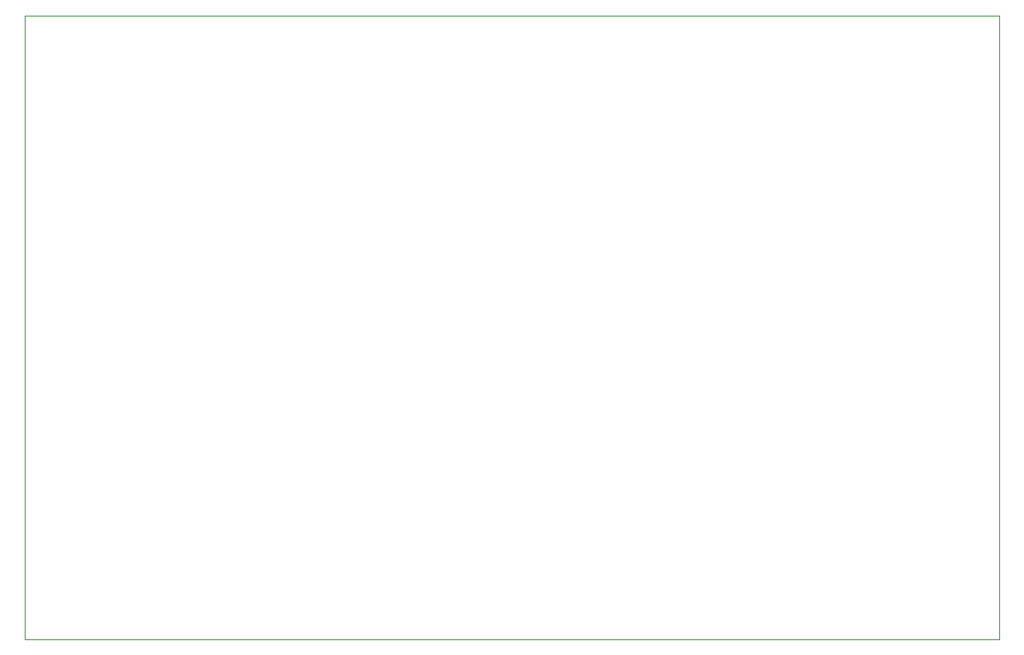
<source format=gbr>
%TF.GenerationSoftware,KiCad,Pcbnew,(5.1.12)-1*%
%TF.CreationDate,2022-08-10T21:51:47-07:00*%
%TF.ProjectId,JBX16_UARTCard,4a425831-365f-4554-9152-54436172642e,rev?*%
%TF.SameCoordinates,Original*%
%TF.FileFunction,Profile,NP*%
%FSLAX46Y46*%
G04 Gerber Fmt 4.6, Leading zero omitted, Abs format (unit mm)*
G04 Created by KiCad (PCBNEW (5.1.12)-1) date 2022-08-10 21:51:47*
%MOMM*%
%LPD*%
G01*
G04 APERTURE LIST*
%TA.AperFunction,Profile*%
%ADD10C,0.050000*%
%TD*%
G04 APERTURE END LIST*
D10*
X181648300Y-77236900D02*
X181648300Y-141236900D01*
X81648300Y-141236900D02*
X181648300Y-141236900D01*
X81648300Y-77236900D02*
X81648300Y-141236900D01*
X81648300Y-77236900D02*
X181648300Y-77236900D01*
M02*

</source>
